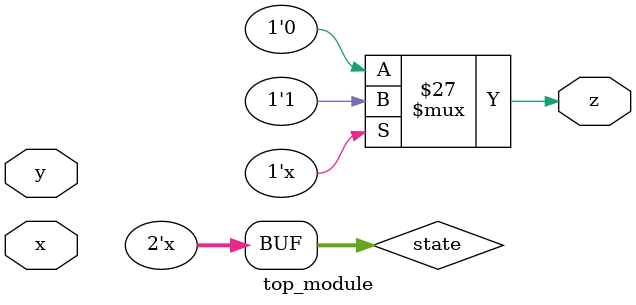
<source format=sv>
module top_module(
  input x,
  input y,
  output z);

  reg [1:0] state;
  initial state = 2'b00;

  always @(x, y)
  begin
    case(state)
      0:  if(x==1'b0 && y==1'b0)
            state = 2'b01;
          else if(x==1'b0 && y==1'b1)
            state = 2'b10;
          else if(x==1'b1 && y==1'b1)
            state = 2'b11;
          else
            state = 2'b00;
      1:  if(x==1'b0 && y==1'b0)
            state = 2'b01;
          else if(x==1'b0 && y==1'b1)
            state = 2'b10;
          else if(x==1'b1 && y==1'b1)
            state = 2'b11;
          else
            state = 2'b00;
      2:  if(x==1'b0 && y==1'b1)
            state = 2'b10;
          else if(x==1'b1 && y==1'b1)
            state = 2'b11;
          else
            state = 2'b00;
      endcase
  end

  assign z = (state == 2'b11) ? 1'b1 : 1'b0;

endmodule

</source>
